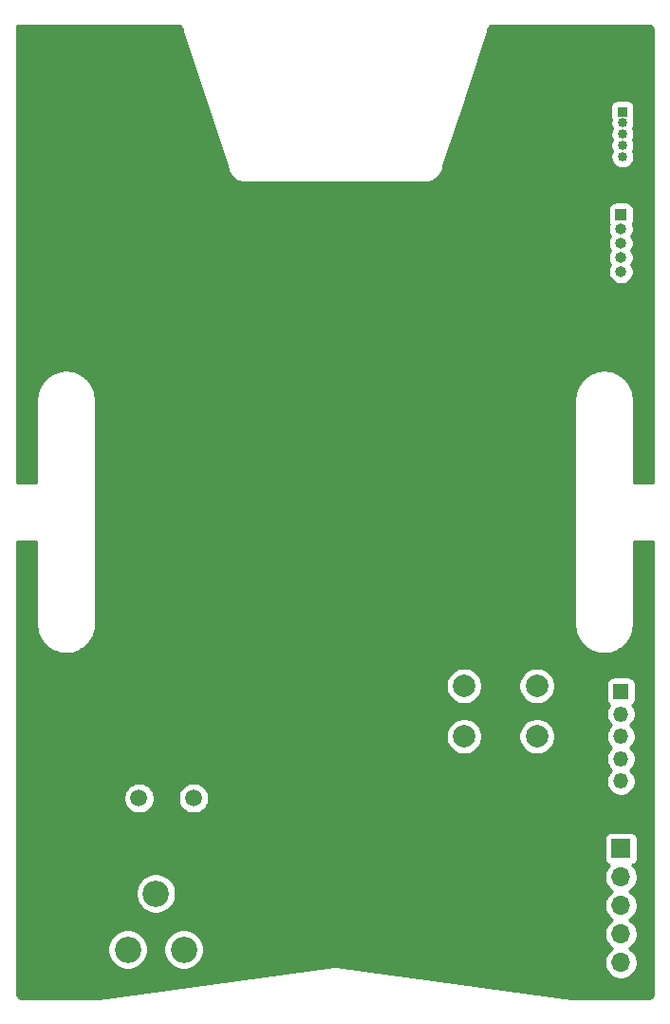
<source format=gbr>
G04 #@! TF.GenerationSoftware,KiCad,Pcbnew,5.1.8-1.fc33*
G04 #@! TF.CreationDate,2021-01-13T18:10:52+01:00*
G04 #@! TF.ProjectId,holder,686f6c64-6572-42e6-9b69-6361645f7063,rev?*
G04 #@! TF.SameCoordinates,Original*
G04 #@! TF.FileFunction,Copper,L2,Bot*
G04 #@! TF.FilePolarity,Positive*
%FSLAX46Y46*%
G04 Gerber Fmt 4.6, Leading zero omitted, Abs format (unit mm)*
G04 Created by KiCad (PCBNEW 5.1.8-1.fc33) date 2021-01-13 18:10:52*
%MOMM*%
%LPD*%
G01*
G04 APERTURE LIST*
G04 #@! TA.AperFunction,ComponentPad*
%ADD10C,2.000000*%
G04 #@! TD*
G04 #@! TA.AperFunction,ComponentPad*
%ADD11C,2.340000*%
G04 #@! TD*
G04 #@! TA.AperFunction,ComponentPad*
%ADD12O,1.700000X1.700000*%
G04 #@! TD*
G04 #@! TA.AperFunction,ComponentPad*
%ADD13R,1.700000X1.700000*%
G04 #@! TD*
G04 #@! TA.AperFunction,ComponentPad*
%ADD14O,1.350000X1.350000*%
G04 #@! TD*
G04 #@! TA.AperFunction,ComponentPad*
%ADD15R,1.350000X1.350000*%
G04 #@! TD*
G04 #@! TA.AperFunction,ComponentPad*
%ADD16O,1.000000X1.000000*%
G04 #@! TD*
G04 #@! TA.AperFunction,ComponentPad*
%ADD17R,1.000000X1.000000*%
G04 #@! TD*
G04 #@! TA.AperFunction,ComponentPad*
%ADD18O,0.850000X0.850000*%
G04 #@! TD*
G04 #@! TA.AperFunction,ComponentPad*
%ADD19R,0.850000X0.850000*%
G04 #@! TD*
G04 #@! TA.AperFunction,ComponentPad*
%ADD20C,1.500000*%
G04 #@! TD*
G04 #@! TA.AperFunction,NonConductor*
%ADD21C,0.254000*%
G04 #@! TD*
G04 #@! TA.AperFunction,NonConductor*
%ADD22C,0.100000*%
G04 #@! TD*
G04 APERTURE END LIST*
D10*
X207000000Y-119500000D03*
X207000000Y-124000000D03*
X200500000Y-119500000D03*
X200500000Y-124000000D03*
D11*
X170500000Y-143000000D03*
X173000000Y-138000000D03*
X175500000Y-143000000D03*
D12*
X214500000Y-144160000D03*
X214500000Y-141620000D03*
X214500000Y-139080000D03*
X214500000Y-136540000D03*
D13*
X214500000Y-134000000D03*
D14*
X214500000Y-128000000D03*
X214500000Y-126000000D03*
X214500000Y-124000000D03*
X214500000Y-122000000D03*
D15*
X214500000Y-120000000D03*
D16*
X214500000Y-82580000D03*
X214500000Y-81310000D03*
X214500000Y-80040000D03*
X214500000Y-78770000D03*
D17*
X214500000Y-77500000D03*
D18*
X214630000Y-72326000D03*
X214630000Y-71326000D03*
X214630000Y-70326000D03*
X214630000Y-69326000D03*
D19*
X214630000Y-68326000D03*
D20*
X176380000Y-129500000D03*
X171500000Y-129500000D03*
D21*
X175065424Y-60669580D02*
X175128356Y-60688580D01*
X175186405Y-60719445D01*
X175237343Y-60760989D01*
X175279248Y-60811644D01*
X175310515Y-60869471D01*
X175329956Y-60932272D01*
X175340694Y-61034439D01*
X175342015Y-61082946D01*
X175363618Y-61177954D01*
X179350096Y-73137393D01*
X179364041Y-73270069D01*
X179376068Y-73328658D01*
X179387277Y-73387423D01*
X179389941Y-73396245D01*
X179447653Y-73582683D01*
X179470838Y-73637838D01*
X179493242Y-73693291D01*
X179497568Y-73701427D01*
X179590393Y-73873104D01*
X179623846Y-73922699D01*
X179656600Y-73972753D01*
X179662424Y-73979894D01*
X179786828Y-74130272D01*
X179829263Y-74172411D01*
X179871126Y-74215161D01*
X179878227Y-74221034D01*
X180029469Y-74344384D01*
X180079277Y-74377477D01*
X180128651Y-74411284D01*
X180136757Y-74415667D01*
X180309080Y-74507292D01*
X180364392Y-74530090D01*
X180419366Y-74553652D01*
X180428169Y-74556377D01*
X180615006Y-74612786D01*
X180673686Y-74624405D01*
X180732196Y-74636842D01*
X180741361Y-74637805D01*
X180935594Y-74656850D01*
X180935598Y-74656850D01*
X180967581Y-74660000D01*
X197032419Y-74660000D01*
X197060674Y-74657217D01*
X197066801Y-74657260D01*
X197075972Y-74656360D01*
X197270069Y-74635959D01*
X197328658Y-74623932D01*
X197387423Y-74612723D01*
X197396245Y-74610059D01*
X197582683Y-74552347D01*
X197637838Y-74529162D01*
X197693291Y-74506758D01*
X197701427Y-74502432D01*
X197873104Y-74409607D01*
X197922699Y-74376154D01*
X197972753Y-74343400D01*
X197979894Y-74337576D01*
X198130272Y-74213172D01*
X198172411Y-74170737D01*
X198215161Y-74128874D01*
X198221034Y-74121773D01*
X198344384Y-73970531D01*
X198377477Y-73920723D01*
X198411284Y-73871349D01*
X198415667Y-73863243D01*
X198507292Y-73690920D01*
X198530090Y-73635608D01*
X198553652Y-73580634D01*
X198556377Y-73571831D01*
X198612786Y-73384994D01*
X198624405Y-73326314D01*
X198636842Y-73267804D01*
X198637805Y-73258639D01*
X198649606Y-73138284D01*
X200395367Y-67901000D01*
X213566928Y-67901000D01*
X213566928Y-68751000D01*
X213579188Y-68875482D01*
X213615498Y-68995180D01*
X213617862Y-68999603D01*
X213610735Y-69016809D01*
X213570000Y-69221599D01*
X213570000Y-69430401D01*
X213610735Y-69635191D01*
X213689771Y-69826000D01*
X213610735Y-70016809D01*
X213570000Y-70221599D01*
X213570000Y-70430401D01*
X213610735Y-70635191D01*
X213689771Y-70826000D01*
X213610735Y-71016809D01*
X213570000Y-71221599D01*
X213570000Y-71430401D01*
X213610735Y-71635191D01*
X213689771Y-71826000D01*
X213610735Y-72016809D01*
X213570000Y-72221599D01*
X213570000Y-72430401D01*
X213610735Y-72635191D01*
X213690640Y-72828098D01*
X213806644Y-73001711D01*
X213954289Y-73149356D01*
X214127902Y-73265360D01*
X214320809Y-73345265D01*
X214525599Y-73386000D01*
X214734401Y-73386000D01*
X214939191Y-73345265D01*
X215132098Y-73265360D01*
X215305711Y-73149356D01*
X215453356Y-73001711D01*
X215569360Y-72828098D01*
X215649265Y-72635191D01*
X215690000Y-72430401D01*
X215690000Y-72221599D01*
X215649265Y-72016809D01*
X215570229Y-71826000D01*
X215649265Y-71635191D01*
X215690000Y-71430401D01*
X215690000Y-71221599D01*
X215649265Y-71016809D01*
X215570229Y-70826000D01*
X215649265Y-70635191D01*
X215690000Y-70430401D01*
X215690000Y-70221599D01*
X215649265Y-70016809D01*
X215570229Y-69826000D01*
X215649265Y-69635191D01*
X215690000Y-69430401D01*
X215690000Y-69221599D01*
X215649265Y-69016809D01*
X215642138Y-68999603D01*
X215644502Y-68995180D01*
X215680812Y-68875482D01*
X215693072Y-68751000D01*
X215693072Y-67901000D01*
X215680812Y-67776518D01*
X215644502Y-67656820D01*
X215585537Y-67546506D01*
X215506185Y-67449815D01*
X215409494Y-67370463D01*
X215299180Y-67311498D01*
X215179482Y-67275188D01*
X215055000Y-67262928D01*
X214205000Y-67262928D01*
X214080518Y-67275188D01*
X213960820Y-67311498D01*
X213850506Y-67370463D01*
X213753815Y-67449815D01*
X213674463Y-67546506D01*
X213615498Y-67656820D01*
X213579188Y-67776518D01*
X213566928Y-67901000D01*
X200395367Y-67901000D01*
X202636382Y-61177955D01*
X202657985Y-61082947D01*
X202659120Y-61041249D01*
X202669580Y-60934576D01*
X202688580Y-60871644D01*
X202719445Y-60813595D01*
X202760989Y-60762657D01*
X202811644Y-60720752D01*
X202869471Y-60689485D01*
X202932272Y-60670044D01*
X203027835Y-60660000D01*
X216967721Y-60660000D01*
X217065424Y-60669580D01*
X217128356Y-60688580D01*
X217186405Y-60719445D01*
X217237343Y-60760989D01*
X217279248Y-60811644D01*
X217310515Y-60869471D01*
X217329956Y-60932272D01*
X217340000Y-61027835D01*
X217340001Y-101340000D01*
X215660000Y-101340000D01*
X215660000Y-93967581D01*
X215656655Y-93933618D01*
X215656655Y-93907671D01*
X215655692Y-93898507D01*
X215612182Y-93510607D01*
X215599751Y-93452127D01*
X215588127Y-93393417D01*
X215585401Y-93384614D01*
X215467377Y-93012553D01*
X215443834Y-92957623D01*
X215421017Y-92902264D01*
X215416633Y-92894158D01*
X215228589Y-92552108D01*
X215194823Y-92502795D01*
X215161691Y-92452926D01*
X215155816Y-92445826D01*
X214904916Y-92146815D01*
X214862203Y-92104987D01*
X214820027Y-92062516D01*
X214812886Y-92056692D01*
X214508685Y-91812108D01*
X214458622Y-91779348D01*
X214409038Y-91745903D01*
X214400901Y-91741577D01*
X214054988Y-91560738D01*
X213999553Y-91538341D01*
X213944381Y-91515148D01*
X213935559Y-91512485D01*
X213561109Y-91402278D01*
X213502379Y-91391075D01*
X213443750Y-91379040D01*
X213434579Y-91378141D01*
X213045853Y-91342765D01*
X212986036Y-91343183D01*
X212926219Y-91342765D01*
X212917047Y-91343665D01*
X212917045Y-91343665D01*
X212528855Y-91384466D01*
X212470299Y-91396486D01*
X212411498Y-91407702D01*
X212402677Y-91410366D01*
X212029802Y-91525790D01*
X211974647Y-91548975D01*
X211919194Y-91571379D01*
X211911062Y-91575704D01*
X211911057Y-91575706D01*
X211911053Y-91575709D01*
X211567702Y-91761357D01*
X211518101Y-91794813D01*
X211468054Y-91827563D01*
X211460913Y-91833387D01*
X211160158Y-92082194D01*
X211118019Y-92124629D01*
X211075269Y-92166492D01*
X211069396Y-92173593D01*
X210822695Y-92476077D01*
X210789598Y-92525893D01*
X210755795Y-92575259D01*
X210751413Y-92583365D01*
X210568163Y-92928007D01*
X210545368Y-92983313D01*
X210521802Y-93038296D01*
X210519077Y-93047099D01*
X210406259Y-93420770D01*
X210394639Y-93479458D01*
X210382203Y-93537961D01*
X210381240Y-93547126D01*
X210343150Y-93935595D01*
X210340000Y-93967582D01*
X210340001Y-114032419D01*
X210343345Y-114066372D01*
X210343345Y-114092329D01*
X210344308Y-114101494D01*
X210387818Y-114489393D01*
X210400249Y-114547873D01*
X210411873Y-114606583D01*
X210414599Y-114615386D01*
X210532623Y-114987447D01*
X210556189Y-115042430D01*
X210578984Y-115097736D01*
X210583367Y-115105842D01*
X210771411Y-115447892D01*
X210805188Y-115497221D01*
X210838309Y-115547074D01*
X210844184Y-115554174D01*
X211095084Y-115853185D01*
X211137814Y-115895029D01*
X211179973Y-115937484D01*
X211187114Y-115943308D01*
X211491316Y-116187892D01*
X211541361Y-116220640D01*
X211590962Y-116254097D01*
X211599099Y-116258423D01*
X211945011Y-116439262D01*
X212000460Y-116461665D01*
X212055619Y-116484852D01*
X212064441Y-116487515D01*
X212438891Y-116597722D01*
X212497621Y-116608925D01*
X212556250Y-116620960D01*
X212565421Y-116621859D01*
X212954147Y-116657235D01*
X213013964Y-116656817D01*
X213073781Y-116657235D01*
X213082952Y-116656335D01*
X213082954Y-116656335D01*
X213471145Y-116615534D01*
X213529708Y-116603513D01*
X213588501Y-116592298D01*
X213597323Y-116589634D01*
X213970198Y-116474210D01*
X214025353Y-116451025D01*
X214080806Y-116428621D01*
X214088943Y-116424294D01*
X214432298Y-116238643D01*
X214481849Y-116205220D01*
X214531946Y-116172438D01*
X214539087Y-116166613D01*
X214839841Y-115917806D01*
X214881981Y-115875371D01*
X214924730Y-115833508D01*
X214930604Y-115826408D01*
X215177305Y-115523923D01*
X215210409Y-115474096D01*
X215244204Y-115424741D01*
X215248587Y-115416635D01*
X215431837Y-115071993D01*
X215454631Y-115016689D01*
X215478198Y-114961705D01*
X215480923Y-114952902D01*
X215593741Y-114579230D01*
X215605361Y-114520542D01*
X215617797Y-114462039D01*
X215618760Y-114452874D01*
X215656850Y-114064405D01*
X215656850Y-114064402D01*
X215660000Y-114032419D01*
X215660000Y-106660000D01*
X217340000Y-106660000D01*
X217340001Y-146967711D01*
X217330420Y-147065424D01*
X217311420Y-147128357D01*
X217280554Y-147186406D01*
X217239011Y-147237343D01*
X217188356Y-147279248D01*
X217130529Y-147310515D01*
X217067728Y-147329956D01*
X216972165Y-147340000D01*
X210045358Y-147340000D01*
X189096816Y-144447107D01*
X189039186Y-144437966D01*
X188999999Y-144439497D01*
X188960813Y-144437966D01*
X188903190Y-144447106D01*
X167954648Y-147340000D01*
X161032279Y-147340000D01*
X160934576Y-147330420D01*
X160871643Y-147311420D01*
X160813594Y-147280554D01*
X160762657Y-147239011D01*
X160720752Y-147188356D01*
X160689485Y-147130529D01*
X160670044Y-147067728D01*
X160660000Y-146972165D01*
X160660000Y-142822223D01*
X168695000Y-142822223D01*
X168695000Y-143177777D01*
X168764365Y-143526499D01*
X168900429Y-143854988D01*
X169097965Y-144150621D01*
X169349379Y-144402035D01*
X169645012Y-144599571D01*
X169973501Y-144735635D01*
X170322223Y-144805000D01*
X170677777Y-144805000D01*
X171026499Y-144735635D01*
X171354988Y-144599571D01*
X171650621Y-144402035D01*
X171902035Y-144150621D01*
X172099571Y-143854988D01*
X172235635Y-143526499D01*
X172305000Y-143177777D01*
X172305000Y-142822223D01*
X173695000Y-142822223D01*
X173695000Y-143177777D01*
X173764365Y-143526499D01*
X173900429Y-143854988D01*
X174097965Y-144150621D01*
X174349379Y-144402035D01*
X174645012Y-144599571D01*
X174973501Y-144735635D01*
X175322223Y-144805000D01*
X175677777Y-144805000D01*
X176026499Y-144735635D01*
X176354988Y-144599571D01*
X176650621Y-144402035D01*
X176902035Y-144150621D01*
X177099571Y-143854988D01*
X177235635Y-143526499D01*
X177305000Y-143177777D01*
X177305000Y-142822223D01*
X177235635Y-142473501D01*
X177099571Y-142145012D01*
X176902035Y-141849379D01*
X176650621Y-141597965D01*
X176354988Y-141400429D01*
X176026499Y-141264365D01*
X175677777Y-141195000D01*
X175322223Y-141195000D01*
X174973501Y-141264365D01*
X174645012Y-141400429D01*
X174349379Y-141597965D01*
X174097965Y-141849379D01*
X173900429Y-142145012D01*
X173764365Y-142473501D01*
X173695000Y-142822223D01*
X172305000Y-142822223D01*
X172235635Y-142473501D01*
X172099571Y-142145012D01*
X171902035Y-141849379D01*
X171650621Y-141597965D01*
X171354988Y-141400429D01*
X171026499Y-141264365D01*
X170677777Y-141195000D01*
X170322223Y-141195000D01*
X169973501Y-141264365D01*
X169645012Y-141400429D01*
X169349379Y-141597965D01*
X169097965Y-141849379D01*
X168900429Y-142145012D01*
X168764365Y-142473501D01*
X168695000Y-142822223D01*
X160660000Y-142822223D01*
X160660000Y-137822223D01*
X171195000Y-137822223D01*
X171195000Y-138177777D01*
X171264365Y-138526499D01*
X171400429Y-138854988D01*
X171597965Y-139150621D01*
X171849379Y-139402035D01*
X172145012Y-139599571D01*
X172473501Y-139735635D01*
X172822223Y-139805000D01*
X173177777Y-139805000D01*
X173526499Y-139735635D01*
X173854988Y-139599571D01*
X174150621Y-139402035D01*
X174402035Y-139150621D01*
X174599571Y-138854988D01*
X174735635Y-138526499D01*
X174805000Y-138177777D01*
X174805000Y-137822223D01*
X174735635Y-137473501D01*
X174599571Y-137145012D01*
X174402035Y-136849379D01*
X174150621Y-136597965D01*
X173854988Y-136400429D01*
X173526499Y-136264365D01*
X173177777Y-136195000D01*
X172822223Y-136195000D01*
X172473501Y-136264365D01*
X172145012Y-136400429D01*
X171849379Y-136597965D01*
X171597965Y-136849379D01*
X171400429Y-137145012D01*
X171264365Y-137473501D01*
X171195000Y-137822223D01*
X160660000Y-137822223D01*
X160660000Y-133150000D01*
X213011928Y-133150000D01*
X213011928Y-134850000D01*
X213024188Y-134974482D01*
X213060498Y-135094180D01*
X213119463Y-135204494D01*
X213198815Y-135301185D01*
X213295506Y-135380537D01*
X213405820Y-135439502D01*
X213478380Y-135461513D01*
X213346525Y-135593368D01*
X213184010Y-135836589D01*
X213072068Y-136106842D01*
X213015000Y-136393740D01*
X213015000Y-136686260D01*
X213072068Y-136973158D01*
X213184010Y-137243411D01*
X213346525Y-137486632D01*
X213553368Y-137693475D01*
X213727760Y-137810000D01*
X213553368Y-137926525D01*
X213346525Y-138133368D01*
X213184010Y-138376589D01*
X213072068Y-138646842D01*
X213015000Y-138933740D01*
X213015000Y-139226260D01*
X213072068Y-139513158D01*
X213184010Y-139783411D01*
X213346525Y-140026632D01*
X213553368Y-140233475D01*
X213727760Y-140350000D01*
X213553368Y-140466525D01*
X213346525Y-140673368D01*
X213184010Y-140916589D01*
X213072068Y-141186842D01*
X213015000Y-141473740D01*
X213015000Y-141766260D01*
X213072068Y-142053158D01*
X213184010Y-142323411D01*
X213346525Y-142566632D01*
X213553368Y-142773475D01*
X213727760Y-142890000D01*
X213553368Y-143006525D01*
X213346525Y-143213368D01*
X213184010Y-143456589D01*
X213072068Y-143726842D01*
X213015000Y-144013740D01*
X213015000Y-144306260D01*
X213072068Y-144593158D01*
X213184010Y-144863411D01*
X213346525Y-145106632D01*
X213553368Y-145313475D01*
X213796589Y-145475990D01*
X214066842Y-145587932D01*
X214353740Y-145645000D01*
X214646260Y-145645000D01*
X214933158Y-145587932D01*
X215203411Y-145475990D01*
X215446632Y-145313475D01*
X215653475Y-145106632D01*
X215815990Y-144863411D01*
X215927932Y-144593158D01*
X215985000Y-144306260D01*
X215985000Y-144013740D01*
X215927932Y-143726842D01*
X215815990Y-143456589D01*
X215653475Y-143213368D01*
X215446632Y-143006525D01*
X215272240Y-142890000D01*
X215446632Y-142773475D01*
X215653475Y-142566632D01*
X215815990Y-142323411D01*
X215927932Y-142053158D01*
X215985000Y-141766260D01*
X215985000Y-141473740D01*
X215927932Y-141186842D01*
X215815990Y-140916589D01*
X215653475Y-140673368D01*
X215446632Y-140466525D01*
X215272240Y-140350000D01*
X215446632Y-140233475D01*
X215653475Y-140026632D01*
X215815990Y-139783411D01*
X215927932Y-139513158D01*
X215985000Y-139226260D01*
X215985000Y-138933740D01*
X215927932Y-138646842D01*
X215815990Y-138376589D01*
X215653475Y-138133368D01*
X215446632Y-137926525D01*
X215272240Y-137810000D01*
X215446632Y-137693475D01*
X215653475Y-137486632D01*
X215815990Y-137243411D01*
X215927932Y-136973158D01*
X215985000Y-136686260D01*
X215985000Y-136393740D01*
X215927932Y-136106842D01*
X215815990Y-135836589D01*
X215653475Y-135593368D01*
X215521620Y-135461513D01*
X215594180Y-135439502D01*
X215704494Y-135380537D01*
X215801185Y-135301185D01*
X215880537Y-135204494D01*
X215939502Y-135094180D01*
X215975812Y-134974482D01*
X215988072Y-134850000D01*
X215988072Y-133150000D01*
X215975812Y-133025518D01*
X215939502Y-132905820D01*
X215880537Y-132795506D01*
X215801185Y-132698815D01*
X215704494Y-132619463D01*
X215594180Y-132560498D01*
X215474482Y-132524188D01*
X215350000Y-132511928D01*
X213650000Y-132511928D01*
X213525518Y-132524188D01*
X213405820Y-132560498D01*
X213295506Y-132619463D01*
X213198815Y-132698815D01*
X213119463Y-132795506D01*
X213060498Y-132905820D01*
X213024188Y-133025518D01*
X213011928Y-133150000D01*
X160660000Y-133150000D01*
X160660000Y-129363589D01*
X170115000Y-129363589D01*
X170115000Y-129636411D01*
X170168225Y-129903989D01*
X170272629Y-130156043D01*
X170424201Y-130382886D01*
X170617114Y-130575799D01*
X170843957Y-130727371D01*
X171096011Y-130831775D01*
X171363589Y-130885000D01*
X171636411Y-130885000D01*
X171903989Y-130831775D01*
X172156043Y-130727371D01*
X172382886Y-130575799D01*
X172575799Y-130382886D01*
X172727371Y-130156043D01*
X172831775Y-129903989D01*
X172885000Y-129636411D01*
X172885000Y-129363589D01*
X174995000Y-129363589D01*
X174995000Y-129636411D01*
X175048225Y-129903989D01*
X175152629Y-130156043D01*
X175304201Y-130382886D01*
X175497114Y-130575799D01*
X175723957Y-130727371D01*
X175976011Y-130831775D01*
X176243589Y-130885000D01*
X176516411Y-130885000D01*
X176783989Y-130831775D01*
X177036043Y-130727371D01*
X177262886Y-130575799D01*
X177455799Y-130382886D01*
X177607371Y-130156043D01*
X177711775Y-129903989D01*
X177765000Y-129636411D01*
X177765000Y-129363589D01*
X177711775Y-129096011D01*
X177607371Y-128843957D01*
X177455799Y-128617114D01*
X177262886Y-128424201D01*
X177036043Y-128272629D01*
X176783989Y-128168225D01*
X176516411Y-128115000D01*
X176243589Y-128115000D01*
X175976011Y-128168225D01*
X175723957Y-128272629D01*
X175497114Y-128424201D01*
X175304201Y-128617114D01*
X175152629Y-128843957D01*
X175048225Y-129096011D01*
X174995000Y-129363589D01*
X172885000Y-129363589D01*
X172831775Y-129096011D01*
X172727371Y-128843957D01*
X172575799Y-128617114D01*
X172382886Y-128424201D01*
X172156043Y-128272629D01*
X171903989Y-128168225D01*
X171636411Y-128115000D01*
X171363589Y-128115000D01*
X171096011Y-128168225D01*
X170843957Y-128272629D01*
X170617114Y-128424201D01*
X170424201Y-128617114D01*
X170272629Y-128843957D01*
X170168225Y-129096011D01*
X170115000Y-129363589D01*
X160660000Y-129363589D01*
X160660000Y-123838967D01*
X198865000Y-123838967D01*
X198865000Y-124161033D01*
X198927832Y-124476912D01*
X199051082Y-124774463D01*
X199230013Y-125042252D01*
X199457748Y-125269987D01*
X199725537Y-125448918D01*
X200023088Y-125572168D01*
X200338967Y-125635000D01*
X200661033Y-125635000D01*
X200976912Y-125572168D01*
X201274463Y-125448918D01*
X201542252Y-125269987D01*
X201769987Y-125042252D01*
X201948918Y-124774463D01*
X202072168Y-124476912D01*
X202135000Y-124161033D01*
X202135000Y-123838967D01*
X205365000Y-123838967D01*
X205365000Y-124161033D01*
X205427832Y-124476912D01*
X205551082Y-124774463D01*
X205730013Y-125042252D01*
X205957748Y-125269987D01*
X206225537Y-125448918D01*
X206523088Y-125572168D01*
X206838967Y-125635000D01*
X207161033Y-125635000D01*
X207476912Y-125572168D01*
X207774463Y-125448918D01*
X208042252Y-125269987D01*
X208269987Y-125042252D01*
X208448918Y-124774463D01*
X208572168Y-124476912D01*
X208635000Y-124161033D01*
X208635000Y-123838967D01*
X208572168Y-123523088D01*
X208448918Y-123225537D01*
X208269987Y-122957748D01*
X208042252Y-122730013D01*
X207774463Y-122551082D01*
X207476912Y-122427832D01*
X207161033Y-122365000D01*
X206838967Y-122365000D01*
X206523088Y-122427832D01*
X206225537Y-122551082D01*
X205957748Y-122730013D01*
X205730013Y-122957748D01*
X205551082Y-123225537D01*
X205427832Y-123523088D01*
X205365000Y-123838967D01*
X202135000Y-123838967D01*
X202072168Y-123523088D01*
X201948918Y-123225537D01*
X201769987Y-122957748D01*
X201542252Y-122730013D01*
X201274463Y-122551082D01*
X200976912Y-122427832D01*
X200661033Y-122365000D01*
X200338967Y-122365000D01*
X200023088Y-122427832D01*
X199725537Y-122551082D01*
X199457748Y-122730013D01*
X199230013Y-122957748D01*
X199051082Y-123225537D01*
X198927832Y-123523088D01*
X198865000Y-123838967D01*
X160660000Y-123838967D01*
X160660000Y-119338967D01*
X198865000Y-119338967D01*
X198865000Y-119661033D01*
X198927832Y-119976912D01*
X199051082Y-120274463D01*
X199230013Y-120542252D01*
X199457748Y-120769987D01*
X199725537Y-120948918D01*
X200023088Y-121072168D01*
X200338967Y-121135000D01*
X200661033Y-121135000D01*
X200976912Y-121072168D01*
X201274463Y-120948918D01*
X201542252Y-120769987D01*
X201769987Y-120542252D01*
X201948918Y-120274463D01*
X202072168Y-119976912D01*
X202135000Y-119661033D01*
X202135000Y-119338967D01*
X205365000Y-119338967D01*
X205365000Y-119661033D01*
X205427832Y-119976912D01*
X205551082Y-120274463D01*
X205730013Y-120542252D01*
X205957748Y-120769987D01*
X206225537Y-120948918D01*
X206523088Y-121072168D01*
X206838967Y-121135000D01*
X207161033Y-121135000D01*
X207476912Y-121072168D01*
X207774463Y-120948918D01*
X208042252Y-120769987D01*
X208269987Y-120542252D01*
X208448918Y-120274463D01*
X208572168Y-119976912D01*
X208635000Y-119661033D01*
X208635000Y-119338967D01*
X208632222Y-119325000D01*
X213186928Y-119325000D01*
X213186928Y-120675000D01*
X213199188Y-120799482D01*
X213235498Y-120919180D01*
X213294463Y-121029494D01*
X213373815Y-121126185D01*
X213460697Y-121197487D01*
X213339093Y-121379482D01*
X213240342Y-121617887D01*
X213190000Y-121870976D01*
X213190000Y-122129024D01*
X213240342Y-122382113D01*
X213339093Y-122620518D01*
X213482456Y-122835077D01*
X213647379Y-123000000D01*
X213482456Y-123164923D01*
X213339093Y-123379482D01*
X213240342Y-123617887D01*
X213190000Y-123870976D01*
X213190000Y-124129024D01*
X213240342Y-124382113D01*
X213339093Y-124620518D01*
X213482456Y-124835077D01*
X213647379Y-125000000D01*
X213482456Y-125164923D01*
X213339093Y-125379482D01*
X213240342Y-125617887D01*
X213190000Y-125870976D01*
X213190000Y-126129024D01*
X213240342Y-126382113D01*
X213339093Y-126620518D01*
X213482456Y-126835077D01*
X213647379Y-127000000D01*
X213482456Y-127164923D01*
X213339093Y-127379482D01*
X213240342Y-127617887D01*
X213190000Y-127870976D01*
X213190000Y-128129024D01*
X213240342Y-128382113D01*
X213339093Y-128620518D01*
X213482456Y-128835077D01*
X213664923Y-129017544D01*
X213879482Y-129160907D01*
X214117887Y-129259658D01*
X214370976Y-129310000D01*
X214629024Y-129310000D01*
X214882113Y-129259658D01*
X215120518Y-129160907D01*
X215335077Y-129017544D01*
X215517544Y-128835077D01*
X215660907Y-128620518D01*
X215759658Y-128382113D01*
X215810000Y-128129024D01*
X215810000Y-127870976D01*
X215759658Y-127617887D01*
X215660907Y-127379482D01*
X215517544Y-127164923D01*
X215352621Y-127000000D01*
X215517544Y-126835077D01*
X215660907Y-126620518D01*
X215759658Y-126382113D01*
X215810000Y-126129024D01*
X215810000Y-125870976D01*
X215759658Y-125617887D01*
X215660907Y-125379482D01*
X215517544Y-125164923D01*
X215352621Y-125000000D01*
X215517544Y-124835077D01*
X215660907Y-124620518D01*
X215759658Y-124382113D01*
X215810000Y-124129024D01*
X215810000Y-123870976D01*
X215759658Y-123617887D01*
X215660907Y-123379482D01*
X215517544Y-123164923D01*
X215352621Y-123000000D01*
X215517544Y-122835077D01*
X215660907Y-122620518D01*
X215759658Y-122382113D01*
X215810000Y-122129024D01*
X215810000Y-121870976D01*
X215759658Y-121617887D01*
X215660907Y-121379482D01*
X215539303Y-121197487D01*
X215626185Y-121126185D01*
X215705537Y-121029494D01*
X215764502Y-120919180D01*
X215800812Y-120799482D01*
X215813072Y-120675000D01*
X215813072Y-119325000D01*
X215800812Y-119200518D01*
X215764502Y-119080820D01*
X215705537Y-118970506D01*
X215626185Y-118873815D01*
X215529494Y-118794463D01*
X215419180Y-118735498D01*
X215299482Y-118699188D01*
X215175000Y-118686928D01*
X213825000Y-118686928D01*
X213700518Y-118699188D01*
X213580820Y-118735498D01*
X213470506Y-118794463D01*
X213373815Y-118873815D01*
X213294463Y-118970506D01*
X213235498Y-119080820D01*
X213199188Y-119200518D01*
X213186928Y-119325000D01*
X208632222Y-119325000D01*
X208572168Y-119023088D01*
X208448918Y-118725537D01*
X208269987Y-118457748D01*
X208042252Y-118230013D01*
X207774463Y-118051082D01*
X207476912Y-117927832D01*
X207161033Y-117865000D01*
X206838967Y-117865000D01*
X206523088Y-117927832D01*
X206225537Y-118051082D01*
X205957748Y-118230013D01*
X205730013Y-118457748D01*
X205551082Y-118725537D01*
X205427832Y-119023088D01*
X205365000Y-119338967D01*
X202135000Y-119338967D01*
X202072168Y-119023088D01*
X201948918Y-118725537D01*
X201769987Y-118457748D01*
X201542252Y-118230013D01*
X201274463Y-118051082D01*
X200976912Y-117927832D01*
X200661033Y-117865000D01*
X200338967Y-117865000D01*
X200023088Y-117927832D01*
X199725537Y-118051082D01*
X199457748Y-118230013D01*
X199230013Y-118457748D01*
X199051082Y-118725537D01*
X198927832Y-119023088D01*
X198865000Y-119338967D01*
X160660000Y-119338967D01*
X160660000Y-106660000D01*
X162340001Y-106660000D01*
X162340000Y-114032418D01*
X162343345Y-114066381D01*
X162343345Y-114092329D01*
X162344308Y-114101494D01*
X162387818Y-114489393D01*
X162400249Y-114547873D01*
X162411873Y-114606583D01*
X162414599Y-114615386D01*
X162532623Y-114987447D01*
X162556189Y-115042430D01*
X162578984Y-115097736D01*
X162583367Y-115105842D01*
X162771411Y-115447892D01*
X162805188Y-115497221D01*
X162838309Y-115547074D01*
X162844184Y-115554174D01*
X163095084Y-115853185D01*
X163137814Y-115895029D01*
X163179973Y-115937484D01*
X163187114Y-115943308D01*
X163491316Y-116187892D01*
X163541361Y-116220640D01*
X163590962Y-116254097D01*
X163599099Y-116258423D01*
X163945011Y-116439262D01*
X164000460Y-116461665D01*
X164055619Y-116484852D01*
X164064441Y-116487515D01*
X164438891Y-116597722D01*
X164497621Y-116608925D01*
X164556250Y-116620960D01*
X164565421Y-116621859D01*
X164954147Y-116657235D01*
X165013964Y-116656817D01*
X165073781Y-116657235D01*
X165082952Y-116656335D01*
X165082954Y-116656335D01*
X165471145Y-116615534D01*
X165529708Y-116603513D01*
X165588501Y-116592298D01*
X165597323Y-116589634D01*
X165970198Y-116474210D01*
X166025353Y-116451025D01*
X166080806Y-116428621D01*
X166088943Y-116424294D01*
X166432298Y-116238643D01*
X166481849Y-116205220D01*
X166531946Y-116172438D01*
X166539087Y-116166613D01*
X166839841Y-115917806D01*
X166881981Y-115875371D01*
X166924730Y-115833508D01*
X166930604Y-115826408D01*
X167177305Y-115523923D01*
X167210409Y-115474096D01*
X167244204Y-115424741D01*
X167248587Y-115416635D01*
X167431837Y-115071993D01*
X167454631Y-115016689D01*
X167478198Y-114961705D01*
X167480923Y-114952902D01*
X167593741Y-114579230D01*
X167605361Y-114520542D01*
X167617797Y-114462039D01*
X167618760Y-114452874D01*
X167656850Y-114064405D01*
X167656850Y-114064402D01*
X167660000Y-114032419D01*
X167660000Y-93967581D01*
X167656655Y-93933618D01*
X167656655Y-93907671D01*
X167655692Y-93898507D01*
X167612182Y-93510607D01*
X167599751Y-93452127D01*
X167588127Y-93393417D01*
X167585401Y-93384614D01*
X167467377Y-93012553D01*
X167443834Y-92957623D01*
X167421017Y-92902264D01*
X167416633Y-92894158D01*
X167228589Y-92552108D01*
X167194823Y-92502795D01*
X167161691Y-92452926D01*
X167155816Y-92445826D01*
X166904916Y-92146815D01*
X166862203Y-92104987D01*
X166820027Y-92062516D01*
X166812886Y-92056692D01*
X166508685Y-91812108D01*
X166458622Y-91779348D01*
X166409038Y-91745903D01*
X166400901Y-91741577D01*
X166054988Y-91560738D01*
X165999553Y-91538341D01*
X165944381Y-91515148D01*
X165935559Y-91512485D01*
X165561109Y-91402278D01*
X165502379Y-91391075D01*
X165443750Y-91379040D01*
X165434579Y-91378141D01*
X165045853Y-91342765D01*
X164986036Y-91343183D01*
X164926219Y-91342765D01*
X164917047Y-91343665D01*
X164917045Y-91343665D01*
X164528855Y-91384466D01*
X164470299Y-91396486D01*
X164411498Y-91407702D01*
X164402677Y-91410366D01*
X164029802Y-91525790D01*
X163974647Y-91548975D01*
X163919194Y-91571379D01*
X163911062Y-91575704D01*
X163911057Y-91575706D01*
X163911053Y-91575709D01*
X163567702Y-91761357D01*
X163518101Y-91794813D01*
X163468054Y-91827563D01*
X163460913Y-91833387D01*
X163160158Y-92082194D01*
X163118019Y-92124629D01*
X163075269Y-92166492D01*
X163069396Y-92173593D01*
X162822695Y-92476077D01*
X162789598Y-92525893D01*
X162755795Y-92575259D01*
X162751413Y-92583365D01*
X162568163Y-92928007D01*
X162545368Y-92983313D01*
X162521802Y-93038296D01*
X162519077Y-93047099D01*
X162406259Y-93420770D01*
X162394639Y-93479458D01*
X162382203Y-93537961D01*
X162381240Y-93547126D01*
X162343150Y-93935595D01*
X162343150Y-93935608D01*
X162340001Y-93967581D01*
X162340000Y-101340000D01*
X160660000Y-101340000D01*
X160660000Y-77000000D01*
X213361928Y-77000000D01*
X213361928Y-78000000D01*
X213374188Y-78124482D01*
X213410498Y-78244180D01*
X213454888Y-78327226D01*
X213408617Y-78438933D01*
X213365000Y-78658212D01*
X213365000Y-78881788D01*
X213408617Y-79101067D01*
X213494176Y-79307624D01*
X213559241Y-79405000D01*
X213494176Y-79502376D01*
X213408617Y-79708933D01*
X213365000Y-79928212D01*
X213365000Y-80151788D01*
X213408617Y-80371067D01*
X213494176Y-80577624D01*
X213559241Y-80675000D01*
X213494176Y-80772376D01*
X213408617Y-80978933D01*
X213365000Y-81198212D01*
X213365000Y-81421788D01*
X213408617Y-81641067D01*
X213494176Y-81847624D01*
X213559241Y-81945000D01*
X213494176Y-82042376D01*
X213408617Y-82248933D01*
X213365000Y-82468212D01*
X213365000Y-82691788D01*
X213408617Y-82911067D01*
X213494176Y-83117624D01*
X213618388Y-83303520D01*
X213776480Y-83461612D01*
X213962376Y-83585824D01*
X214168933Y-83671383D01*
X214388212Y-83715000D01*
X214611788Y-83715000D01*
X214831067Y-83671383D01*
X215037624Y-83585824D01*
X215223520Y-83461612D01*
X215381612Y-83303520D01*
X215505824Y-83117624D01*
X215591383Y-82911067D01*
X215635000Y-82691788D01*
X215635000Y-82468212D01*
X215591383Y-82248933D01*
X215505824Y-82042376D01*
X215440759Y-81945000D01*
X215505824Y-81847624D01*
X215591383Y-81641067D01*
X215635000Y-81421788D01*
X215635000Y-81198212D01*
X215591383Y-80978933D01*
X215505824Y-80772376D01*
X215440759Y-80675000D01*
X215505824Y-80577624D01*
X215591383Y-80371067D01*
X215635000Y-80151788D01*
X215635000Y-79928212D01*
X215591383Y-79708933D01*
X215505824Y-79502376D01*
X215440759Y-79405000D01*
X215505824Y-79307624D01*
X215591383Y-79101067D01*
X215635000Y-78881788D01*
X215635000Y-78658212D01*
X215591383Y-78438933D01*
X215545112Y-78327226D01*
X215589502Y-78244180D01*
X215625812Y-78124482D01*
X215638072Y-78000000D01*
X215638072Y-77000000D01*
X215625812Y-76875518D01*
X215589502Y-76755820D01*
X215530537Y-76645506D01*
X215451185Y-76548815D01*
X215354494Y-76469463D01*
X215244180Y-76410498D01*
X215124482Y-76374188D01*
X215000000Y-76361928D01*
X214000000Y-76361928D01*
X213875518Y-76374188D01*
X213755820Y-76410498D01*
X213645506Y-76469463D01*
X213548815Y-76548815D01*
X213469463Y-76645506D01*
X213410498Y-76755820D01*
X213374188Y-76875518D01*
X213361928Y-77000000D01*
X160660000Y-77000000D01*
X160660000Y-60660000D01*
X174967721Y-60660000D01*
X175065424Y-60669580D01*
G04 #@! TA.AperFunction,NonConductor*
D22*
G36*
X175065424Y-60669580D02*
G01*
X175128356Y-60688580D01*
X175186405Y-60719445D01*
X175237343Y-60760989D01*
X175279248Y-60811644D01*
X175310515Y-60869471D01*
X175329956Y-60932272D01*
X175340694Y-61034439D01*
X175342015Y-61082946D01*
X175363618Y-61177954D01*
X179350096Y-73137393D01*
X179364041Y-73270069D01*
X179376068Y-73328658D01*
X179387277Y-73387423D01*
X179389941Y-73396245D01*
X179447653Y-73582683D01*
X179470838Y-73637838D01*
X179493242Y-73693291D01*
X179497568Y-73701427D01*
X179590393Y-73873104D01*
X179623846Y-73922699D01*
X179656600Y-73972753D01*
X179662424Y-73979894D01*
X179786828Y-74130272D01*
X179829263Y-74172411D01*
X179871126Y-74215161D01*
X179878227Y-74221034D01*
X180029469Y-74344384D01*
X180079277Y-74377477D01*
X180128651Y-74411284D01*
X180136757Y-74415667D01*
X180309080Y-74507292D01*
X180364392Y-74530090D01*
X180419366Y-74553652D01*
X180428169Y-74556377D01*
X180615006Y-74612786D01*
X180673686Y-74624405D01*
X180732196Y-74636842D01*
X180741361Y-74637805D01*
X180935594Y-74656850D01*
X180935598Y-74656850D01*
X180967581Y-74660000D01*
X197032419Y-74660000D01*
X197060674Y-74657217D01*
X197066801Y-74657260D01*
X197075972Y-74656360D01*
X197270069Y-74635959D01*
X197328658Y-74623932D01*
X197387423Y-74612723D01*
X197396245Y-74610059D01*
X197582683Y-74552347D01*
X197637838Y-74529162D01*
X197693291Y-74506758D01*
X197701427Y-74502432D01*
X197873104Y-74409607D01*
X197922699Y-74376154D01*
X197972753Y-74343400D01*
X197979894Y-74337576D01*
X198130272Y-74213172D01*
X198172411Y-74170737D01*
X198215161Y-74128874D01*
X198221034Y-74121773D01*
X198344384Y-73970531D01*
X198377477Y-73920723D01*
X198411284Y-73871349D01*
X198415667Y-73863243D01*
X198507292Y-73690920D01*
X198530090Y-73635608D01*
X198553652Y-73580634D01*
X198556377Y-73571831D01*
X198612786Y-73384994D01*
X198624405Y-73326314D01*
X198636842Y-73267804D01*
X198637805Y-73258639D01*
X198649606Y-73138284D01*
X200395367Y-67901000D01*
X213566928Y-67901000D01*
X213566928Y-68751000D01*
X213579188Y-68875482D01*
X213615498Y-68995180D01*
X213617862Y-68999603D01*
X213610735Y-69016809D01*
X213570000Y-69221599D01*
X213570000Y-69430401D01*
X213610735Y-69635191D01*
X213689771Y-69826000D01*
X213610735Y-70016809D01*
X213570000Y-70221599D01*
X213570000Y-70430401D01*
X213610735Y-70635191D01*
X213689771Y-70826000D01*
X213610735Y-71016809D01*
X213570000Y-71221599D01*
X213570000Y-71430401D01*
X213610735Y-71635191D01*
X213689771Y-71826000D01*
X213610735Y-72016809D01*
X213570000Y-72221599D01*
X213570000Y-72430401D01*
X213610735Y-72635191D01*
X213690640Y-72828098D01*
X213806644Y-73001711D01*
X213954289Y-73149356D01*
X214127902Y-73265360D01*
X214320809Y-73345265D01*
X214525599Y-73386000D01*
X214734401Y-73386000D01*
X214939191Y-73345265D01*
X215132098Y-73265360D01*
X215305711Y-73149356D01*
X215453356Y-73001711D01*
X215569360Y-72828098D01*
X215649265Y-72635191D01*
X215690000Y-72430401D01*
X215690000Y-72221599D01*
X215649265Y-72016809D01*
X215570229Y-71826000D01*
X215649265Y-71635191D01*
X215690000Y-71430401D01*
X215690000Y-71221599D01*
X215649265Y-71016809D01*
X215570229Y-70826000D01*
X215649265Y-70635191D01*
X215690000Y-70430401D01*
X215690000Y-70221599D01*
X215649265Y-70016809D01*
X215570229Y-69826000D01*
X215649265Y-69635191D01*
X215690000Y-69430401D01*
X215690000Y-69221599D01*
X215649265Y-69016809D01*
X215642138Y-68999603D01*
X215644502Y-68995180D01*
X215680812Y-68875482D01*
X215693072Y-68751000D01*
X215693072Y-67901000D01*
X215680812Y-67776518D01*
X215644502Y-67656820D01*
X215585537Y-67546506D01*
X215506185Y-67449815D01*
X215409494Y-67370463D01*
X215299180Y-67311498D01*
X215179482Y-67275188D01*
X215055000Y-67262928D01*
X214205000Y-67262928D01*
X214080518Y-67275188D01*
X213960820Y-67311498D01*
X213850506Y-67370463D01*
X213753815Y-67449815D01*
X213674463Y-67546506D01*
X213615498Y-67656820D01*
X213579188Y-67776518D01*
X213566928Y-67901000D01*
X200395367Y-67901000D01*
X202636382Y-61177955D01*
X202657985Y-61082947D01*
X202659120Y-61041249D01*
X202669580Y-60934576D01*
X202688580Y-60871644D01*
X202719445Y-60813595D01*
X202760989Y-60762657D01*
X202811644Y-60720752D01*
X202869471Y-60689485D01*
X202932272Y-60670044D01*
X203027835Y-60660000D01*
X216967721Y-60660000D01*
X217065424Y-60669580D01*
X217128356Y-60688580D01*
X217186405Y-60719445D01*
X217237343Y-60760989D01*
X217279248Y-60811644D01*
X217310515Y-60869471D01*
X217329956Y-60932272D01*
X217340000Y-61027835D01*
X217340001Y-101340000D01*
X215660000Y-101340000D01*
X215660000Y-93967581D01*
X215656655Y-93933618D01*
X215656655Y-93907671D01*
X215655692Y-93898507D01*
X215612182Y-93510607D01*
X215599751Y-93452127D01*
X215588127Y-93393417D01*
X215585401Y-93384614D01*
X215467377Y-93012553D01*
X215443834Y-92957623D01*
X215421017Y-92902264D01*
X215416633Y-92894158D01*
X215228589Y-92552108D01*
X215194823Y-92502795D01*
X215161691Y-92452926D01*
X215155816Y-92445826D01*
X214904916Y-92146815D01*
X214862203Y-92104987D01*
X214820027Y-92062516D01*
X214812886Y-92056692D01*
X214508685Y-91812108D01*
X214458622Y-91779348D01*
X214409038Y-91745903D01*
X214400901Y-91741577D01*
X214054988Y-91560738D01*
X213999553Y-91538341D01*
X213944381Y-91515148D01*
X213935559Y-91512485D01*
X213561109Y-91402278D01*
X213502379Y-91391075D01*
X213443750Y-91379040D01*
X213434579Y-91378141D01*
X213045853Y-91342765D01*
X212986036Y-91343183D01*
X212926219Y-91342765D01*
X212917047Y-91343665D01*
X212917045Y-91343665D01*
X212528855Y-91384466D01*
X212470299Y-91396486D01*
X212411498Y-91407702D01*
X212402677Y-91410366D01*
X212029802Y-91525790D01*
X211974647Y-91548975D01*
X211919194Y-91571379D01*
X211911062Y-91575704D01*
X211911057Y-91575706D01*
X211911053Y-91575709D01*
X211567702Y-91761357D01*
X211518101Y-91794813D01*
X211468054Y-91827563D01*
X211460913Y-91833387D01*
X211160158Y-92082194D01*
X211118019Y-92124629D01*
X211075269Y-92166492D01*
X211069396Y-92173593D01*
X210822695Y-92476077D01*
X210789598Y-92525893D01*
X210755795Y-92575259D01*
X210751413Y-92583365D01*
X210568163Y-92928007D01*
X210545368Y-92983313D01*
X210521802Y-93038296D01*
X210519077Y-93047099D01*
X210406259Y-93420770D01*
X210394639Y-93479458D01*
X210382203Y-93537961D01*
X210381240Y-93547126D01*
X210343150Y-93935595D01*
X210340000Y-93967582D01*
X210340001Y-114032419D01*
X210343345Y-114066372D01*
X210343345Y-114092329D01*
X210344308Y-114101494D01*
X210387818Y-114489393D01*
X210400249Y-114547873D01*
X210411873Y-114606583D01*
X210414599Y-114615386D01*
X210532623Y-114987447D01*
X210556189Y-115042430D01*
X210578984Y-115097736D01*
X210583367Y-115105842D01*
X210771411Y-115447892D01*
X210805188Y-115497221D01*
X210838309Y-115547074D01*
X210844184Y-115554174D01*
X211095084Y-115853185D01*
X211137814Y-115895029D01*
X211179973Y-115937484D01*
X211187114Y-115943308D01*
X211491316Y-116187892D01*
X211541361Y-116220640D01*
X211590962Y-116254097D01*
X211599099Y-116258423D01*
X211945011Y-116439262D01*
X212000460Y-116461665D01*
X212055619Y-116484852D01*
X212064441Y-116487515D01*
X212438891Y-116597722D01*
X212497621Y-116608925D01*
X212556250Y-116620960D01*
X212565421Y-116621859D01*
X212954147Y-116657235D01*
X213013964Y-116656817D01*
X213073781Y-116657235D01*
X213082952Y-116656335D01*
X213082954Y-116656335D01*
X213471145Y-116615534D01*
X213529708Y-116603513D01*
X213588501Y-116592298D01*
X213597323Y-116589634D01*
X213970198Y-116474210D01*
X214025353Y-116451025D01*
X214080806Y-116428621D01*
X214088943Y-116424294D01*
X214432298Y-116238643D01*
X214481849Y-116205220D01*
X214531946Y-116172438D01*
X214539087Y-116166613D01*
X214839841Y-115917806D01*
X214881981Y-115875371D01*
X214924730Y-115833508D01*
X214930604Y-115826408D01*
X215177305Y-115523923D01*
X215210409Y-115474096D01*
X215244204Y-115424741D01*
X215248587Y-115416635D01*
X215431837Y-115071993D01*
X215454631Y-115016689D01*
X215478198Y-114961705D01*
X215480923Y-114952902D01*
X215593741Y-114579230D01*
X215605361Y-114520542D01*
X215617797Y-114462039D01*
X215618760Y-114452874D01*
X215656850Y-114064405D01*
X215656850Y-114064402D01*
X215660000Y-114032419D01*
X215660000Y-106660000D01*
X217340000Y-106660000D01*
X217340001Y-146967711D01*
X217330420Y-147065424D01*
X217311420Y-147128357D01*
X217280554Y-147186406D01*
X217239011Y-147237343D01*
X217188356Y-147279248D01*
X217130529Y-147310515D01*
X217067728Y-147329956D01*
X216972165Y-147340000D01*
X210045358Y-147340000D01*
X189096816Y-144447107D01*
X189039186Y-144437966D01*
X188999999Y-144439497D01*
X188960813Y-144437966D01*
X188903190Y-144447106D01*
X167954648Y-147340000D01*
X161032279Y-147340000D01*
X160934576Y-147330420D01*
X160871643Y-147311420D01*
X160813594Y-147280554D01*
X160762657Y-147239011D01*
X160720752Y-147188356D01*
X160689485Y-147130529D01*
X160670044Y-147067728D01*
X160660000Y-146972165D01*
X160660000Y-142822223D01*
X168695000Y-142822223D01*
X168695000Y-143177777D01*
X168764365Y-143526499D01*
X168900429Y-143854988D01*
X169097965Y-144150621D01*
X169349379Y-144402035D01*
X169645012Y-144599571D01*
X169973501Y-144735635D01*
X170322223Y-144805000D01*
X170677777Y-144805000D01*
X171026499Y-144735635D01*
X171354988Y-144599571D01*
X171650621Y-144402035D01*
X171902035Y-144150621D01*
X172099571Y-143854988D01*
X172235635Y-143526499D01*
X172305000Y-143177777D01*
X172305000Y-142822223D01*
X173695000Y-142822223D01*
X173695000Y-143177777D01*
X173764365Y-143526499D01*
X173900429Y-143854988D01*
X174097965Y-144150621D01*
X174349379Y-144402035D01*
X174645012Y-144599571D01*
X174973501Y-144735635D01*
X175322223Y-144805000D01*
X175677777Y-144805000D01*
X176026499Y-144735635D01*
X176354988Y-144599571D01*
X176650621Y-144402035D01*
X176902035Y-144150621D01*
X177099571Y-143854988D01*
X177235635Y-143526499D01*
X177305000Y-143177777D01*
X177305000Y-142822223D01*
X177235635Y-142473501D01*
X177099571Y-142145012D01*
X176902035Y-141849379D01*
X176650621Y-141597965D01*
X176354988Y-141400429D01*
X176026499Y-141264365D01*
X175677777Y-141195000D01*
X175322223Y-141195000D01*
X174973501Y-141264365D01*
X174645012Y-141400429D01*
X174349379Y-141597965D01*
X174097965Y-141849379D01*
X173900429Y-142145012D01*
X173764365Y-142473501D01*
X173695000Y-142822223D01*
X172305000Y-142822223D01*
X172235635Y-142473501D01*
X172099571Y-142145012D01*
X171902035Y-141849379D01*
X171650621Y-141597965D01*
X171354988Y-141400429D01*
X171026499Y-141264365D01*
X170677777Y-141195000D01*
X170322223Y-141195000D01*
X169973501Y-141264365D01*
X169645012Y-141400429D01*
X169349379Y-141597965D01*
X169097965Y-141849379D01*
X168900429Y-142145012D01*
X168764365Y-142473501D01*
X168695000Y-142822223D01*
X160660000Y-142822223D01*
X160660000Y-137822223D01*
X171195000Y-137822223D01*
X171195000Y-138177777D01*
X171264365Y-138526499D01*
X171400429Y-138854988D01*
X171597965Y-139150621D01*
X171849379Y-139402035D01*
X172145012Y-139599571D01*
X172473501Y-139735635D01*
X172822223Y-139805000D01*
X173177777Y-139805000D01*
X173526499Y-139735635D01*
X173854988Y-139599571D01*
X174150621Y-139402035D01*
X174402035Y-139150621D01*
X174599571Y-138854988D01*
X174735635Y-138526499D01*
X174805000Y-138177777D01*
X174805000Y-137822223D01*
X174735635Y-137473501D01*
X174599571Y-137145012D01*
X174402035Y-136849379D01*
X174150621Y-136597965D01*
X173854988Y-136400429D01*
X173526499Y-136264365D01*
X173177777Y-136195000D01*
X172822223Y-136195000D01*
X172473501Y-136264365D01*
X172145012Y-136400429D01*
X171849379Y-136597965D01*
X171597965Y-136849379D01*
X171400429Y-137145012D01*
X171264365Y-137473501D01*
X171195000Y-137822223D01*
X160660000Y-137822223D01*
X160660000Y-133150000D01*
X213011928Y-133150000D01*
X213011928Y-134850000D01*
X213024188Y-134974482D01*
X213060498Y-135094180D01*
X213119463Y-135204494D01*
X213198815Y-135301185D01*
X213295506Y-135380537D01*
X213405820Y-135439502D01*
X213478380Y-135461513D01*
X213346525Y-135593368D01*
X213184010Y-135836589D01*
X213072068Y-136106842D01*
X213015000Y-136393740D01*
X213015000Y-136686260D01*
X213072068Y-136973158D01*
X213184010Y-137243411D01*
X213346525Y-137486632D01*
X213553368Y-137693475D01*
X213727760Y-137810000D01*
X213553368Y-137926525D01*
X213346525Y-138133368D01*
X213184010Y-138376589D01*
X213072068Y-138646842D01*
X213015000Y-138933740D01*
X213015000Y-139226260D01*
X213072068Y-139513158D01*
X213184010Y-139783411D01*
X213346525Y-140026632D01*
X213553368Y-140233475D01*
X213727760Y-140350000D01*
X213553368Y-140466525D01*
X213346525Y-140673368D01*
X213184010Y-140916589D01*
X213072068Y-141186842D01*
X213015000Y-141473740D01*
X213015000Y-141766260D01*
X213072068Y-142053158D01*
X213184010Y-142323411D01*
X213346525Y-142566632D01*
X213553368Y-142773475D01*
X213727760Y-142890000D01*
X213553368Y-143006525D01*
X213346525Y-143213368D01*
X213184010Y-143456589D01*
X213072068Y-143726842D01*
X213015000Y-144013740D01*
X213015000Y-144306260D01*
X213072068Y-144593158D01*
X213184010Y-144863411D01*
X213346525Y-145106632D01*
X213553368Y-145313475D01*
X213796589Y-145475990D01*
X214066842Y-145587932D01*
X214353740Y-145645000D01*
X214646260Y-145645000D01*
X214933158Y-145587932D01*
X215203411Y-145475990D01*
X215446632Y-145313475D01*
X215653475Y-145106632D01*
X215815990Y-144863411D01*
X215927932Y-144593158D01*
X215985000Y-144306260D01*
X215985000Y-144013740D01*
X215927932Y-143726842D01*
X215815990Y-143456589D01*
X215653475Y-143213368D01*
X215446632Y-143006525D01*
X215272240Y-142890000D01*
X215446632Y-142773475D01*
X215653475Y-142566632D01*
X215815990Y-142323411D01*
X215927932Y-142053158D01*
X215985000Y-141766260D01*
X215985000Y-141473740D01*
X215927932Y-141186842D01*
X215815990Y-140916589D01*
X215653475Y-140673368D01*
X215446632Y-140466525D01*
X215272240Y-140350000D01*
X215446632Y-140233475D01*
X215653475Y-140026632D01*
X215815990Y-139783411D01*
X215927932Y-139513158D01*
X215985000Y-139226260D01*
X215985000Y-138933740D01*
X215927932Y-138646842D01*
X215815990Y-138376589D01*
X215653475Y-138133368D01*
X215446632Y-137926525D01*
X215272240Y-137810000D01*
X215446632Y-137693475D01*
X215653475Y-137486632D01*
X215815990Y-137243411D01*
X215927932Y-136973158D01*
X215985000Y-136686260D01*
X215985000Y-136393740D01*
X215927932Y-136106842D01*
X215815990Y-135836589D01*
X215653475Y-135593368D01*
X215521620Y-135461513D01*
X215594180Y-135439502D01*
X215704494Y-135380537D01*
X215801185Y-135301185D01*
X215880537Y-135204494D01*
X215939502Y-135094180D01*
X215975812Y-134974482D01*
X215988072Y-134850000D01*
X215988072Y-133150000D01*
X215975812Y-133025518D01*
X215939502Y-132905820D01*
X215880537Y-132795506D01*
X215801185Y-132698815D01*
X215704494Y-132619463D01*
X215594180Y-132560498D01*
X215474482Y-132524188D01*
X215350000Y-132511928D01*
X213650000Y-132511928D01*
X213525518Y-132524188D01*
X213405820Y-132560498D01*
X213295506Y-132619463D01*
X213198815Y-132698815D01*
X213119463Y-132795506D01*
X213060498Y-132905820D01*
X213024188Y-133025518D01*
X213011928Y-133150000D01*
X160660000Y-133150000D01*
X160660000Y-129363589D01*
X170115000Y-129363589D01*
X170115000Y-129636411D01*
X170168225Y-129903989D01*
X170272629Y-130156043D01*
X170424201Y-130382886D01*
X170617114Y-130575799D01*
X170843957Y-130727371D01*
X171096011Y-130831775D01*
X171363589Y-130885000D01*
X171636411Y-130885000D01*
X171903989Y-130831775D01*
X172156043Y-130727371D01*
X172382886Y-130575799D01*
X172575799Y-130382886D01*
X172727371Y-130156043D01*
X172831775Y-129903989D01*
X172885000Y-129636411D01*
X172885000Y-129363589D01*
X174995000Y-129363589D01*
X174995000Y-129636411D01*
X175048225Y-129903989D01*
X175152629Y-130156043D01*
X175304201Y-130382886D01*
X175497114Y-130575799D01*
X175723957Y-130727371D01*
X175976011Y-130831775D01*
X176243589Y-130885000D01*
X176516411Y-130885000D01*
X176783989Y-130831775D01*
X177036043Y-130727371D01*
X177262886Y-130575799D01*
X177455799Y-130382886D01*
X177607371Y-130156043D01*
X177711775Y-129903989D01*
X177765000Y-129636411D01*
X177765000Y-129363589D01*
X177711775Y-129096011D01*
X177607371Y-128843957D01*
X177455799Y-128617114D01*
X177262886Y-128424201D01*
X177036043Y-128272629D01*
X176783989Y-128168225D01*
X176516411Y-128115000D01*
X176243589Y-128115000D01*
X175976011Y-128168225D01*
X175723957Y-128272629D01*
X175497114Y-128424201D01*
X175304201Y-128617114D01*
X175152629Y-128843957D01*
X175048225Y-129096011D01*
X174995000Y-129363589D01*
X172885000Y-129363589D01*
X172831775Y-129096011D01*
X172727371Y-128843957D01*
X172575799Y-128617114D01*
X172382886Y-128424201D01*
X172156043Y-128272629D01*
X171903989Y-128168225D01*
X171636411Y-128115000D01*
X171363589Y-128115000D01*
X171096011Y-128168225D01*
X170843957Y-128272629D01*
X170617114Y-128424201D01*
X170424201Y-128617114D01*
X170272629Y-128843957D01*
X170168225Y-129096011D01*
X170115000Y-129363589D01*
X160660000Y-129363589D01*
X160660000Y-123838967D01*
X198865000Y-123838967D01*
X198865000Y-124161033D01*
X198927832Y-124476912D01*
X199051082Y-124774463D01*
X199230013Y-125042252D01*
X199457748Y-125269987D01*
X199725537Y-125448918D01*
X200023088Y-125572168D01*
X200338967Y-125635000D01*
X200661033Y-125635000D01*
X200976912Y-125572168D01*
X201274463Y-125448918D01*
X201542252Y-125269987D01*
X201769987Y-125042252D01*
X201948918Y-124774463D01*
X202072168Y-124476912D01*
X202135000Y-124161033D01*
X202135000Y-123838967D01*
X205365000Y-123838967D01*
X205365000Y-124161033D01*
X205427832Y-124476912D01*
X205551082Y-124774463D01*
X205730013Y-125042252D01*
X205957748Y-125269987D01*
X206225537Y-125448918D01*
X206523088Y-125572168D01*
X206838967Y-125635000D01*
X207161033Y-125635000D01*
X207476912Y-125572168D01*
X207774463Y-125448918D01*
X208042252Y-125269987D01*
X208269987Y-125042252D01*
X208448918Y-124774463D01*
X208572168Y-124476912D01*
X208635000Y-124161033D01*
X208635000Y-123838967D01*
X208572168Y-123523088D01*
X208448918Y-123225537D01*
X208269987Y-122957748D01*
X208042252Y-122730013D01*
X207774463Y-122551082D01*
X207476912Y-122427832D01*
X207161033Y-122365000D01*
X206838967Y-122365000D01*
X206523088Y-122427832D01*
X206225537Y-122551082D01*
X205957748Y-122730013D01*
X205730013Y-122957748D01*
X205551082Y-123225537D01*
X205427832Y-123523088D01*
X205365000Y-123838967D01*
X202135000Y-123838967D01*
X202072168Y-123523088D01*
X201948918Y-123225537D01*
X201769987Y-122957748D01*
X201542252Y-122730013D01*
X201274463Y-122551082D01*
X200976912Y-122427832D01*
X200661033Y-122365000D01*
X200338967Y-122365000D01*
X200023088Y-122427832D01*
X199725537Y-122551082D01*
X199457748Y-122730013D01*
X199230013Y-122957748D01*
X199051082Y-123225537D01*
X198927832Y-123523088D01*
X198865000Y-123838967D01*
X160660000Y-123838967D01*
X160660000Y-119338967D01*
X198865000Y-119338967D01*
X198865000Y-119661033D01*
X198927832Y-119976912D01*
X199051082Y-120274463D01*
X199230013Y-120542252D01*
X199457748Y-120769987D01*
X199725537Y-120948918D01*
X200023088Y-121072168D01*
X200338967Y-121135000D01*
X200661033Y-121135000D01*
X200976912Y-121072168D01*
X201274463Y-120948918D01*
X201542252Y-120769987D01*
X201769987Y-120542252D01*
X201948918Y-120274463D01*
X202072168Y-119976912D01*
X202135000Y-119661033D01*
X202135000Y-119338967D01*
X205365000Y-119338967D01*
X205365000Y-119661033D01*
X205427832Y-119976912D01*
X205551082Y-120274463D01*
X205730013Y-120542252D01*
X205957748Y-120769987D01*
X206225537Y-120948918D01*
X206523088Y-121072168D01*
X206838967Y-121135000D01*
X207161033Y-121135000D01*
X207476912Y-121072168D01*
X207774463Y-120948918D01*
X208042252Y-120769987D01*
X208269987Y-120542252D01*
X208448918Y-120274463D01*
X208572168Y-119976912D01*
X208635000Y-119661033D01*
X208635000Y-119338967D01*
X208632222Y-119325000D01*
X213186928Y-119325000D01*
X213186928Y-120675000D01*
X213199188Y-120799482D01*
X213235498Y-120919180D01*
X213294463Y-121029494D01*
X213373815Y-121126185D01*
X213460697Y-121197487D01*
X213339093Y-121379482D01*
X213240342Y-121617887D01*
X213190000Y-121870976D01*
X213190000Y-122129024D01*
X213240342Y-122382113D01*
X213339093Y-122620518D01*
X213482456Y-122835077D01*
X213647379Y-123000000D01*
X213482456Y-123164923D01*
X213339093Y-123379482D01*
X213240342Y-123617887D01*
X213190000Y-123870976D01*
X213190000Y-124129024D01*
X213240342Y-124382113D01*
X213339093Y-124620518D01*
X213482456Y-124835077D01*
X213647379Y-125000000D01*
X213482456Y-125164923D01*
X213339093Y-125379482D01*
X213240342Y-125617887D01*
X213190000Y-125870976D01*
X213190000Y-126129024D01*
X213240342Y-126382113D01*
X213339093Y-126620518D01*
X213482456Y-126835077D01*
X213647379Y-127000000D01*
X213482456Y-127164923D01*
X213339093Y-127379482D01*
X213240342Y-127617887D01*
X213190000Y-127870976D01*
X213190000Y-128129024D01*
X213240342Y-128382113D01*
X213339093Y-128620518D01*
X213482456Y-128835077D01*
X213664923Y-129017544D01*
X213879482Y-129160907D01*
X214117887Y-129259658D01*
X214370976Y-129310000D01*
X214629024Y-129310000D01*
X214882113Y-129259658D01*
X215120518Y-129160907D01*
X215335077Y-129017544D01*
X215517544Y-128835077D01*
X215660907Y-128620518D01*
X215759658Y-128382113D01*
X215810000Y-128129024D01*
X215810000Y-127870976D01*
X215759658Y-127617887D01*
X215660907Y-127379482D01*
X215517544Y-127164923D01*
X215352621Y-127000000D01*
X215517544Y-126835077D01*
X215660907Y-126620518D01*
X215759658Y-126382113D01*
X215810000Y-126129024D01*
X215810000Y-125870976D01*
X215759658Y-125617887D01*
X215660907Y-125379482D01*
X215517544Y-125164923D01*
X215352621Y-125000000D01*
X215517544Y-124835077D01*
X215660907Y-124620518D01*
X215759658Y-124382113D01*
X215810000Y-124129024D01*
X215810000Y-123870976D01*
X215759658Y-123617887D01*
X215660907Y-123379482D01*
X215517544Y-123164923D01*
X215352621Y-123000000D01*
X215517544Y-122835077D01*
X215660907Y-122620518D01*
X215759658Y-122382113D01*
X215810000Y-122129024D01*
X215810000Y-121870976D01*
X215759658Y-121617887D01*
X215660907Y-121379482D01*
X215539303Y-121197487D01*
X215626185Y-121126185D01*
X215705537Y-121029494D01*
X215764502Y-120919180D01*
X215800812Y-120799482D01*
X215813072Y-120675000D01*
X215813072Y-119325000D01*
X215800812Y-119200518D01*
X215764502Y-119080820D01*
X215705537Y-118970506D01*
X215626185Y-118873815D01*
X215529494Y-118794463D01*
X215419180Y-118735498D01*
X215299482Y-118699188D01*
X215175000Y-118686928D01*
X213825000Y-118686928D01*
X213700518Y-118699188D01*
X213580820Y-118735498D01*
X213470506Y-118794463D01*
X213373815Y-118873815D01*
X213294463Y-118970506D01*
X213235498Y-119080820D01*
X213199188Y-119200518D01*
X213186928Y-119325000D01*
X208632222Y-119325000D01*
X208572168Y-119023088D01*
X208448918Y-118725537D01*
X208269987Y-118457748D01*
X208042252Y-118230013D01*
X207774463Y-118051082D01*
X207476912Y-117927832D01*
X207161033Y-117865000D01*
X206838967Y-117865000D01*
X206523088Y-117927832D01*
X206225537Y-118051082D01*
X205957748Y-118230013D01*
X205730013Y-118457748D01*
X205551082Y-118725537D01*
X205427832Y-119023088D01*
X205365000Y-119338967D01*
X202135000Y-119338967D01*
X202072168Y-119023088D01*
X201948918Y-118725537D01*
X201769987Y-118457748D01*
X201542252Y-118230013D01*
X201274463Y-118051082D01*
X200976912Y-117927832D01*
X200661033Y-117865000D01*
X200338967Y-117865000D01*
X200023088Y-117927832D01*
X199725537Y-118051082D01*
X199457748Y-118230013D01*
X199230013Y-118457748D01*
X199051082Y-118725537D01*
X198927832Y-119023088D01*
X198865000Y-119338967D01*
X160660000Y-119338967D01*
X160660000Y-106660000D01*
X162340001Y-106660000D01*
X162340000Y-114032418D01*
X162343345Y-114066381D01*
X162343345Y-114092329D01*
X162344308Y-114101494D01*
X162387818Y-114489393D01*
X162400249Y-114547873D01*
X162411873Y-114606583D01*
X162414599Y-114615386D01*
X162532623Y-114987447D01*
X162556189Y-115042430D01*
X162578984Y-115097736D01*
X162583367Y-115105842D01*
X162771411Y-115447892D01*
X162805188Y-115497221D01*
X162838309Y-115547074D01*
X162844184Y-115554174D01*
X163095084Y-115853185D01*
X163137814Y-115895029D01*
X163179973Y-115937484D01*
X163187114Y-115943308D01*
X163491316Y-116187892D01*
X163541361Y-116220640D01*
X163590962Y-116254097D01*
X163599099Y-116258423D01*
X163945011Y-116439262D01*
X164000460Y-116461665D01*
X164055619Y-116484852D01*
X164064441Y-116487515D01*
X164438891Y-116597722D01*
X164497621Y-116608925D01*
X164556250Y-116620960D01*
X164565421Y-116621859D01*
X164954147Y-116657235D01*
X165013964Y-116656817D01*
X165073781Y-116657235D01*
X165082952Y-116656335D01*
X165082954Y-116656335D01*
X165471145Y-116615534D01*
X165529708Y-116603513D01*
X165588501Y-116592298D01*
X165597323Y-116589634D01*
X165970198Y-116474210D01*
X166025353Y-116451025D01*
X166080806Y-116428621D01*
X166088943Y-116424294D01*
X166432298Y-116238643D01*
X166481849Y-116205220D01*
X166531946Y-116172438D01*
X166539087Y-116166613D01*
X166839841Y-115917806D01*
X166881981Y-115875371D01*
X166924730Y-115833508D01*
X166930604Y-115826408D01*
X167177305Y-115523923D01*
X167210409Y-115474096D01*
X167244204Y-115424741D01*
X167248587Y-115416635D01*
X167431837Y-115071993D01*
X167454631Y-115016689D01*
X167478198Y-114961705D01*
X167480923Y-114952902D01*
X167593741Y-114579230D01*
X167605361Y-114520542D01*
X167617797Y-114462039D01*
X167618760Y-114452874D01*
X167656850Y-114064405D01*
X167656850Y-114064402D01*
X167660000Y-114032419D01*
X167660000Y-93967581D01*
X167656655Y-93933618D01*
X167656655Y-93907671D01*
X167655692Y-93898507D01*
X167612182Y-93510607D01*
X167599751Y-93452127D01*
X167588127Y-93393417D01*
X167585401Y-93384614D01*
X167467377Y-93012553D01*
X167443834Y-92957623D01*
X167421017Y-92902264D01*
X167416633Y-92894158D01*
X167228589Y-92552108D01*
X167194823Y-92502795D01*
X167161691Y-92452926D01*
X167155816Y-92445826D01*
X166904916Y-92146815D01*
X166862203Y-92104987D01*
X166820027Y-92062516D01*
X166812886Y-92056692D01*
X166508685Y-91812108D01*
X166458622Y-91779348D01*
X166409038Y-91745903D01*
X166400901Y-91741577D01*
X166054988Y-91560738D01*
X165999553Y-91538341D01*
X165944381Y-91515148D01*
X165935559Y-91512485D01*
X165561109Y-91402278D01*
X165502379Y-91391075D01*
X165443750Y-91379040D01*
X165434579Y-91378141D01*
X165045853Y-91342765D01*
X164986036Y-91343183D01*
X164926219Y-91342765D01*
X164917047Y-91343665D01*
X164917045Y-91343665D01*
X164528855Y-91384466D01*
X164470299Y-91396486D01*
X164411498Y-91407702D01*
X164402677Y-91410366D01*
X164029802Y-91525790D01*
X163974647Y-91548975D01*
X163919194Y-91571379D01*
X163911062Y-91575704D01*
X163911057Y-91575706D01*
X163911053Y-91575709D01*
X163567702Y-91761357D01*
X163518101Y-91794813D01*
X163468054Y-91827563D01*
X163460913Y-91833387D01*
X163160158Y-92082194D01*
X163118019Y-92124629D01*
X163075269Y-92166492D01*
X163069396Y-92173593D01*
X162822695Y-92476077D01*
X162789598Y-92525893D01*
X162755795Y-92575259D01*
X162751413Y-92583365D01*
X162568163Y-92928007D01*
X162545368Y-92983313D01*
X162521802Y-93038296D01*
X162519077Y-93047099D01*
X162406259Y-93420770D01*
X162394639Y-93479458D01*
X162382203Y-93537961D01*
X162381240Y-93547126D01*
X162343150Y-93935595D01*
X162343150Y-93935608D01*
X162340001Y-93967581D01*
X162340000Y-101340000D01*
X160660000Y-101340000D01*
X160660000Y-77000000D01*
X213361928Y-77000000D01*
X213361928Y-78000000D01*
X213374188Y-78124482D01*
X213410498Y-78244180D01*
X213454888Y-78327226D01*
X213408617Y-78438933D01*
X213365000Y-78658212D01*
X213365000Y-78881788D01*
X213408617Y-79101067D01*
X213494176Y-79307624D01*
X213559241Y-79405000D01*
X213494176Y-79502376D01*
X213408617Y-79708933D01*
X213365000Y-79928212D01*
X213365000Y-80151788D01*
X213408617Y-80371067D01*
X213494176Y-80577624D01*
X213559241Y-80675000D01*
X213494176Y-80772376D01*
X213408617Y-80978933D01*
X213365000Y-81198212D01*
X213365000Y-81421788D01*
X213408617Y-81641067D01*
X213494176Y-81847624D01*
X213559241Y-81945000D01*
X213494176Y-82042376D01*
X213408617Y-82248933D01*
X213365000Y-82468212D01*
X213365000Y-82691788D01*
X213408617Y-82911067D01*
X213494176Y-83117624D01*
X213618388Y-83303520D01*
X213776480Y-83461612D01*
X213962376Y-83585824D01*
X214168933Y-83671383D01*
X214388212Y-83715000D01*
X214611788Y-83715000D01*
X214831067Y-83671383D01*
X215037624Y-83585824D01*
X215223520Y-83461612D01*
X215381612Y-83303520D01*
X215505824Y-83117624D01*
X215591383Y-82911067D01*
X215635000Y-82691788D01*
X215635000Y-82468212D01*
X215591383Y-82248933D01*
X215505824Y-82042376D01*
X215440759Y-81945000D01*
X215505824Y-81847624D01*
X215591383Y-81641067D01*
X215635000Y-81421788D01*
X215635000Y-81198212D01*
X215591383Y-80978933D01*
X215505824Y-80772376D01*
X215440759Y-80675000D01*
X215505824Y-80577624D01*
X215591383Y-80371067D01*
X215635000Y-80151788D01*
X215635000Y-79928212D01*
X215591383Y-79708933D01*
X215505824Y-79502376D01*
X215440759Y-79405000D01*
X215505824Y-79307624D01*
X215591383Y-79101067D01*
X215635000Y-78881788D01*
X215635000Y-78658212D01*
X215591383Y-78438933D01*
X215545112Y-78327226D01*
X215589502Y-78244180D01*
X215625812Y-78124482D01*
X215638072Y-78000000D01*
X215638072Y-77000000D01*
X215625812Y-76875518D01*
X215589502Y-76755820D01*
X215530537Y-76645506D01*
X215451185Y-76548815D01*
X215354494Y-76469463D01*
X215244180Y-76410498D01*
X215124482Y-76374188D01*
X215000000Y-76361928D01*
X214000000Y-76361928D01*
X213875518Y-76374188D01*
X213755820Y-76410498D01*
X213645506Y-76469463D01*
X213548815Y-76548815D01*
X213469463Y-76645506D01*
X213410498Y-76755820D01*
X213374188Y-76875518D01*
X213361928Y-77000000D01*
X160660000Y-77000000D01*
X160660000Y-60660000D01*
X174967721Y-60660000D01*
X175065424Y-60669580D01*
G37*
G04 #@! TD.AperFunction*
M02*

</source>
